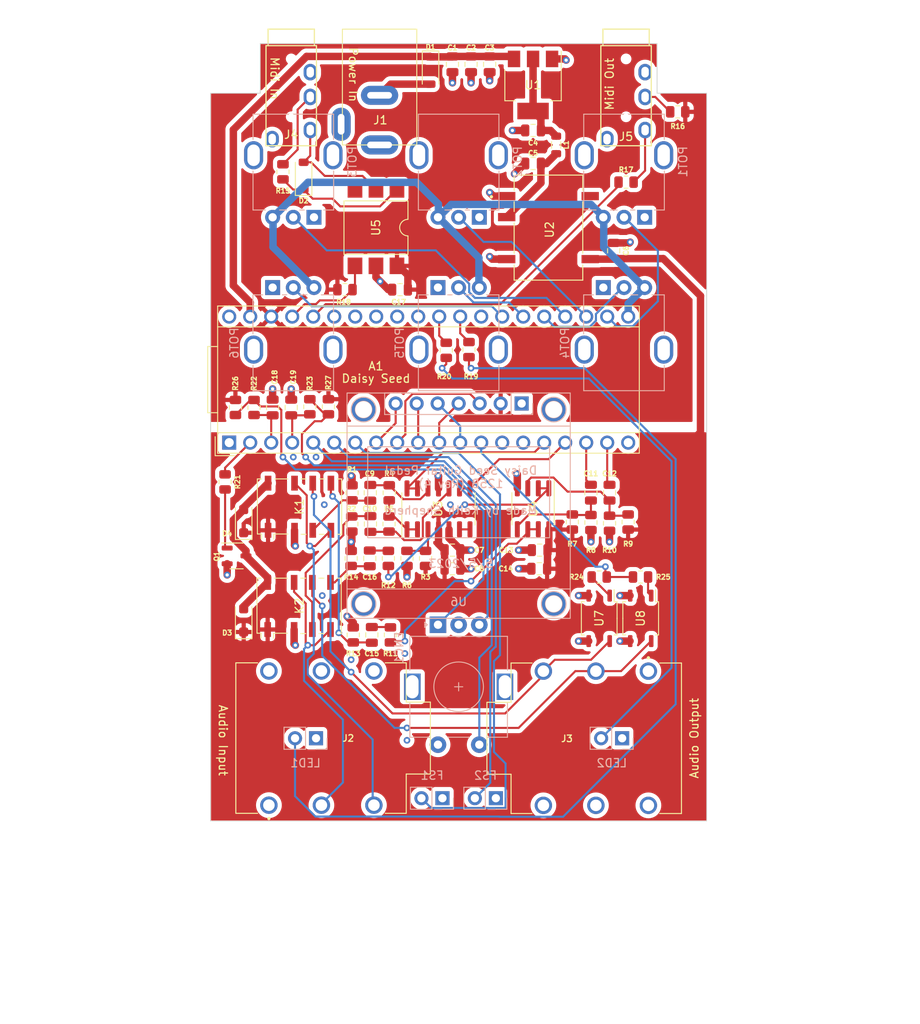
<source format=kicad_pcb>
(kicad_pcb (version 20221018) (generator pcbnew)
  (layers (0 "F.Cu" signal) (1 "In1.Cu" signal) (2 "In2.Cu" signal) (31 "B.Cu" signal) (34 "B.Paste" user) (35 "F.Paste" user) (36 "B.SilkS" user "B.Silkscreen") (37 "F.SilkS" user "F.Silkscreen") (38 "B.Mask" user) (39 "F.Mask" user) (44 "Edge.Cuts" user))
  (net 0 "")
  (net 2 "ENCODER_1_A")
  (net 3 "ENCODER_1_B")
  (net 4 "Net-(ENC1-PadA)")
  (net 5 "Net-(ENC1-PadB)")
  (net 12 "POWER_JACK_PWR")
  (net 13 "POT_3")
  (net 14 "POT_2")
  (net 15 "POT_1")
  (net 16 "OLED_DISPLAY_SPI_SCK")
  (net 17 "OLED_DISPLAY_SPI_RESET")
  (net 18 "OLED_DISPLAY_SPI_MOSI")
  (net 19 "OLED_DISPLAY_SPI_DC")
  (net 20 "OLED_DISPLAY_SPI_CS")
  (net 22 "POT_4")
  (net 23 "Net-(U4B-+)")
  (net 24 "Net-(U4A-+)")
  (net 25 "POT_5")
  (net 26 "POT_6")
  (net 29 "Net-(C16-Pad1)")
  (net 30 "Net-(U4B--)")
  (net 31 "Net-(U4A--)")
  (net 33 "MIDI_OUT_JACK_PIN5")
  (net 34 "MIDI_OUT_JACK_PIN4")
  (net 35 "MIDI_OUT")
  (net 36 "MIDI_IN_JACK_PIN5")
  (net 37 "MIDI_IN_JACK_PIN4")
  (net 38 "MIDI_IN")
  (net 39 "LED_2")
  (net 40 "LED_1")
  (net 41 "GND")
  (net 42 "FOOT_SWITCH_2")
  (net 43 "FOOT_SWITCH_1")
  (net 44 "DISABLE_AUDIO_BYPASS")
  (net 45 "BYPASS_RIGHT_SEND")
  (net 46 "BYPASS_RIGHT_RETURN")
  (net 47 "BYPASS_LEFT_SEND")
  (net 48 "BYPASS_LEFT_RETURN")
  (net 49 "ENABLE_AUDIO_MUTE")
  (net 50 "AUDIO_OUT_JACK_RIGHT")
  (net 51 "AUDIO_OUT_BUFFER_RIGHT")
  (net 52 "AUDIO_OUT_BUFFER_LEFT")
  (net 53 "AUDIO_IN_JACK_RIGHT")
  (net 54 "AUDIO_IN_JACK_LEFT")
  (net 55 "AUDIO_IN_BUFFER_RIGHT")
  (net 56 "AUDIO_IN_BUFFER_LEFT")
  (net 57 "/Power/VIN")
  (net 58 "/Audio Input Buffer/V_AUDIOBIAS")
  (net 59 "+9V")
  (net 60 "+5V_ISOLATED_POWER")
  (net 61 "+5V")
  (net 62 "+3.3VA")
  (net 63 "+3.3V")
  (net 65 "ENCODER_1_CLICK")
  (net 68 "AUDIO_OUT_JACK_LEFT")
  (net 71 "Net-(U3D-+)")
  (net 72 "Net-(U3C-+)")
  (net 73 "Net-(D2-K)")
  (net 74 "Net-(D3-A)")
  (net 75 "Net-(LED1-A)")
  (net 76 "Net-(LED2-A)")
  (net 77 "Net-(Q1-B)")
  (net 78 "Net-(U3A-+)")
  (net 79 "Net-(U3B--)")
  (net 80 "Net-(C15-Pad1)")
  (net 81 "Net-(R24-Pad2)")
  (net 82 "Net-(R25-Pad2)")
  (footprint "GuitarPedal125B:SOP-6_2.54mm" (layer "F.Cu") (at 132 63.25 -90)
    (fp_text reference "U5")
    (fp_text value "H11L1")
  )
  (footprint "Resistor_SMD:R_0805_2012Metric" (layer "F.Cu") (at 128.25 70.75)
    (fp_text reference "R18")
    (fp_text value "470R")
  )
  (footprint "Resistor_SMD:R_0805_2012Metric" (layer "F.Cu") (at 162.5 98.85 90)
    (fp_text reference "R9")
    (fp_text value "2M")
  )
  (footprint "AudioConnector-PJ320A:TRRS-PJ-320A" (layer "F.Cu") (at 162.25 41.25)
    (fp_text reference "J5")
    (fp_text value "MIDI OUT JACK")
  )
  (footprint "Relay_SMD:Relay_DPDT_Omron_G6K-2G-Y" (layer "F.Cu") (at 122.7 109 90)
    (fp_text reference "K2")
    (fp_text value "G6K-2")
  )
  (footprint "AudioConnector-PJ320A:TRRS-PJ-320A" (layer "F.Cu") (at 121.75 41.25)
    (fp_text reference "J4")
    (fp_text value "MIDI IN JACK")
  )
  (footprint "Package_SO:SOIC-8_3.9x4.9mm_P1.27mm" (layer "F.Cu") (at 151 97.25 -90)
    (fp_text reference "U4")
    (fp_text value "OPA1652AID")
  )
  (footprint "Capacitor_SMD:C_0805_2012Metric" (layer "F.Cu") (at 121.75 85 -90)
    (fp_text reference "C19")
    (fp_text value "10NF")
  )
  (footprint "Resistor_SMD:R_0805_2012Metric" (layer "F.Cu") (at 129.1025 95.315749 90)
    (fp_text reference "R1")
    (fp_text value "2M")
  )
  (footprint "Package_SO:SOIC-14_3.9x8.7mm_P1.27mm" (layer "F.Cu") (at 139.5625 97.265749 90)
    (fp_text reference "U3")
    (fp_text value "MCP6004")
  )
  (footprint "Resistor_SMD:R_0805_2012Metric" (layer "F.Cu") (at 133.5 103.25 90)
    (fp_text reference "R12")
    (fp_text value "100R")
  )
  (footprint "NMJ6HCD2:NEUTRIK_NMJ6HCD2" (layer "F.Cu") (at 158.6 125)
    (fp_text reference "J3")
    (fp_text value "AUDIO_OUT_TRS")
  )
  (footprint "Capacitor_SMD:C_0805_2012Metric" (layer "F.Cu") (at 119.5 85 90)
    (fp_text reference "C18")
    (fp_text value "10NF")
  )
  (footprint "Relay_SMD:Relay_DPDT_Omron_G6K-2G-Y" (layer "F.Cu") (at 122.75 97 90)
    (fp_text reference "K1")
    (fp_text value "G6K-2")
  )
  (footprint "Module:Electrosmith_Daisy_Seed" (layer "F.Cu") (at 114.25 89.25 90)
    (fp_text reference "A1")
    (fp_text value "Electrosmith_Daisy_Seed_Rev4")
  )
  (footprint "Resistor_SMD:R_0805_2012Metric" (layer "F.Cu") (at 162.25 57.75 180)
    (fp_text reference "R17")
    (fp_text value "10R")
  )
  (footprint "Capacitor_SMD:C_0805_2012Metric" (layer "F.Cu") (at 141.25 43.5 -90)
    (fp_text reference "C1")
    (fp_text value "10UF")
  )
  (footprint "Resistor_SMD:R_0805_2012Metric" (layer "F.Cu") (at 164 105.5)
    (fp_text reference "R25")
    (fp_text value "1K")
  )
  (footprint "Diode_SMD:D_SOD-123F" (layer "F.Cu") (at 116 110.75 90)
    (fp_text reference "D3")
    (fp_text value "1N4007")
  )
  (footprint "Resistor_SMD:R_0805_2012Metric" (layer "F.Cu") (at 124 84.9125 -90)
    (fp_text reference "R23")
    (fp_text value "10K")
  )
  (footprint "Resistor_SMD:R_0805_2012Metric" (layer "F.Cu") (at 129.079626 99.090749 -90)
    (fp_text reference "R2")
    (fp_text value "2M")
  )
  (footprint "Resistor_SMD:R_0805_2012Metric" (layer "F.Cu") (at 115 85 -90)
    (fp_text reference "R26")
    (fp_text value "10K")
  )
  (footprint "Capacitor_SMD:C_0805_2012Metric" (layer "F.Cu") (at 131.329626 99.090749 -90)
    (fp_text reference "C10")
    (fp_text value "10UF")
  )
  (footprint "Capacitor_SMD:C_0805_2012Metric" (layer "F.Cu") (at 151.75 104.5 180)
    (fp_text reference "C14")
    (fp_text value "100NF")
  )
  (footprint "Capacitor_SMD:C_0805_2012Metric" (layer "F.Cu") (at 151.8 102.25 180)
    (fp_text reference "C13")
    (fp_text value "100NF")
  )
  (footprint "Resistor_SMD:R_0805_2012Metric" (layer "F.Cu") (at 133.75 112.5 90)
    (fp_text reference "R11")
    (fp_text value "100R")
  )
  (footprint "Package_SO:SOP-4_3.8x4.1mm_P2.54mm" (layer "F.Cu") (at 159 110.5 -90)
    (fp_text reference "U7")
    (fp_text value "CPC1018N")
  )
  (footprint "Resistor_SMD:R_0805_2012Metric" (layer "F.Cu") (at 160.25 99 -90)
    (fp_text reference "R10")
    (fp_text value "2M")
  )
  (footprint "Capacitor_SMD:C_0805_2012Metric" (layer "F.Cu") (at 145.75 43.5 -90)
    (fp_text reference "C3")
    (fp_text value "100NF")
  )
  (footprint "Capacitor_SMD:C_0805_2012Metric" (layer "F.Cu") (at 131.3125 95.315749 90)
    (fp_text reference "C9")
    (fp_text value "10UF")
  )
  (footprint "Capacitor_SMD:C_0805_2012Metric" (layer "F.Cu") (at 160.25 95.3 90)
    (fp_text reference "C12")
    (fp_text value "10UF")
  )
  (footprint "Resistor_SMD:R_0805_2012Metric" (layer "F.Cu") (at 159 105.5 180)
    (fp_text reference "R24")
    (fp_text value "1K")
  )
  (footprint "Inductor_SMD:L_0805_2012Metric" (layer "F.Cu") (at 153.8 53.25 -90)
    (fp_text reference "L1")
    (fp_text value "2.2uH")
  )
  (footprint "Resistor_SMD:R_0805_2012Metric" (layer "F.Cu") (at 117.25 85 90)
    (fp_text reference "R22")
    (fp_text value "10K")
  )
  (footprint "Resistor_SMD:R_0805_2012Metric" (layer "F.Cu") (at 138 103.25 90)
    (fp_text reference "R3")
    (fp_text value "100K")
  )
  (footprint "Capacitor_SMD:C_0805_2012Metric" (layer "F.Cu") (at 151 51.5 180)
    (fp_text reference "C4")
    (fp_text value "10UF")
  )
  (footprint "Package_SO:SOP-4_3.8x4.1mm_P2.54mm" (layer "F.Cu") (at 164.02 110.5 -90)
    (fp_text reference "U8")
    (fp_text value "CPC1018N")
  )
  (footprint "Capacitor_SMD:C_0805_2012Metric" (layer "F.Cu") (at 143.5 43.5 -90)
    (fp_text reference "C2")
    (fp_text value "100NF")
  )
  (footprint "Diode_SMD:D_SOD-123" (layer "F.Cu") (at 123.25 57 90)
    (fp_text reference "D2")
    (fp_text value "1N4148")
  )
  (footprint "NMJ6HCD2:NEUTRIK_NMJ6HCD2" (layer "F.Cu") (at 125.4 124.977064 180)
    (fp_text reference "J2")
    (fp_text value "AUDIO_IN_TRS")
  )
  (footprint "Package_TO_SOT_SMD:SOT-223-3_TabPin2" (layer "F.Cu") (at 151 46 -90)
    (fp_text reference "U1")
    (fp_text value "LD1117S50TR_SOT223")
  )
  (footprint "Capacitor_SMD:C_0805_2012Metric" (layer "F.Cu") (at 141.25 104.5)
    (fp_text reference "C8")
    (fp_text value "100NF")
  )
  (footprint "Capacitor_SMD:C_0805_2012Metric" (layer "F.Cu") (at 151 55.5 180)
    (fp_text reference "C5")
    (fp_text value "10UF")
  )
  (footprint "Diode_SMD:D_SOD-123F" (layer "F.Cu") (at 116 98.75 90)
    (fp_text reference "D4")
    (fp_text value "1N4007")
  )
  (footprint "Resistor_SMD:R_0805_2012Metric" (layer "F.Cu") (at 120.75 56.5 -90)
    (fp_text reference "R15")
    (fp_text value "220R")
  )
  (footprint "Capacitor_SMD:C_0805_2012Metric" (layer "F.Cu") (at 158 95.3 90)
    (fp_text reference "C11")
    (fp_text value "10UF")
  )
  (footprint "Resistor_SMD:R_0805_2012Metric" (layer "F.Cu") (at 133.579626 99.090749 -90)
    (fp_text reference "R5")
    (fp_text value "2M")
  )
  (footprint "Capacitor_SMD:C_0805_2012Metric" (layer "F.Cu") (at 131.25 103.25 -90)
    (fp_text reference "C16")
    (fp_text value "10UF")
  )
  (footprint "Resistor_SMD:R_0805_2012Metric" (layer "F.Cu") (at 126.25 84.9125 90)
    (fp_text reference "R27")
    (fp_text value "10K")
  )
  (footprint "Capacitor_SMD:C_0805_2012Metric" (layer "F.Cu") (at 134.91 70.75 180)
    (fp_text reference "C17")
    (fp_text value "100NF")
  )
  (footprint "Capacitor_SMD:C_0805_2012Metric" (layer "F.Cu") (at 131.5 112.5 -90)
    (fp_text reference "C15")
    (fp_text value "10UF")
  )
  (footprint "Resistor_SMD:R_0805_2012Metric" (layer "F.Cu") (at 158 98.9125 -90)
    (fp_text reference "R8")
    (fp_text value "2M")
  )
  (footprint "Resistor_SMD:R_0805_2012Metric" (layer "F.Cu") (at 135.75 103.25 -90)
    (fp_text reference "R6")
    (fp_text value "100K")
  )
  (footprint "Resistor_SMD:R_0805_2012Metric" (layer "F.Cu") (at 113.75 94 -90)
    (fp_text reference "R21")
    (fp_text value "1K")
  )
  (footprint "GuitarPedal125B:Generic_PowerJack" (layer "F.Cu") (at 132.4375 53.25 -90)
    (fp_text reference "J1")
    (fp_text value "Barrel_Jack_Switch")
  )
  (footprint "Resistor_SMD:R_0805_2012Metric" (layer "F.Cu") (at 140.5 78.0875 90)
    (fp_text reference "R20")
    (fp_text value "1K")
  )
  (footprint "Resistor_SMD:R_0805_2012Metric" (layer "F.Cu") (at 129.25 112.5 90)
    (fp_text reference "R13")
    (fp_text value "2M")
  )
  (footprint "Resistor_SMD:R_0805_2012Metric" (layer "F.Cu") (at 168.5 49.25)
    (fp_text reference "R16")
    (fp_text value "33R")
  )
  (footprint "Resistor_SMD:R_0805_2012Metric" (layer "F.Cu") (at 129 103.25 90)
    (fp_text reference "R14")
    (fp_text value "2M")
  )
  (footprint "Capacitor_SMD:C_0805_2012Metric" (layer "F.Cu") (at 141.25 102.25)
    (fp_text reference "C7")
    (fp_text value "100NF")
  )
  (footprint "Resistor_SMD:R_0805_2012Metric" (layer "F.Cu") (at 143.25 78 90)
    (fp_text reference "R19")
    (fp_text value "1K")
  )
  (footprint "Resistor_SMD:R_0805_2012Metric" (layer "F.Cu") (at 133.6025 95.315749 90)
    (fp_text reference "R4")
    (fp_text value "2M")
  )
  (footprint "PDS1-S5-S5-M:CONV_PDS1-S5-S5-M" (layer "F.Cu") (at 152.8625 63.25)
    (fp_text reference "U2")
    (fp_text value "PDS1-S5-S5-M" hide)
  )
  (footprint "Resistor_SMD:R_0805_2012Metric" (layer "F.Cu") (at 155.75 98.85 90)
    (fp_text reference "R7")
    (fp_text value "2M")
  )
  (footprint "Diode_SMD:D_SOD-123" (layer "F.Cu") (at 138.6 44.25 -90)
    (fp_text reference "D1")
    (fp_text value "1N5817")
  )
  (footprint "Package_TO_SOT_SMD:SOT-23-3" (layer "F.Cu") (at 115.1375 102.95)
    (fp_text reference "Q1")
    (fp_text value "SS8050")
  )
  (footprint "Capacitor_SMD:C_0805_2012Metric" (layer "F.Cu") (at 160.75 66.05 90)
    (fp_text reference "C6")
    (fp_text value "22UF")
  )
  (footprint "GuitarPedal125B:Potentiometer_Bourns_PRS11R" (layer "B.Cu") (at 139.5 70.5 -90)
    (fp_text reference "POT5")
    (fp_text value "10K")
  )
  (footprint "Connector_PinHeader_2.54mm:PinHeader_1x02_P2.54mm_Vertical" (layer "B.Cu") (at 140.04 132.25 90)
    (fp_text reference "FS1")
    (fp_text value "Foot_Switch_1")
  )
  (footprint "GuitarPedal125B:Potentiometer_Bourns_PRS11R" (layer "B.Cu") (at 124.5 62 90)
    (fp_text reference "POT3")
    (fp_text value "10K")
  )
  (footprint "Connector_PinHeader_2.54mm:PinHeader_1x02_P2.54mm_Vertical" (layer "B.Cu") (at 124.75 125 90)
    (fp_text reference "LED1")
    (fp_text value "LED_1")
  )
  (footprint "GuitarPedal125B:Potentiometer_Bourns_PRS11R" (layer "B.Cu") (at 164.5 62 90)
    (fp_text reference "POT1")
    (fp_text value "10K")
  )
  (footprint "Rotary_Encoder:RotaryEncoder_Alps_EC11E-Switch_Vertical_H20mm" (layer "B.Cu") (at 139.5 111.275 -90)
    (fp_text reference "ENC1")
    (fp_text value "RotaryEncoder_Switch")
  )
  (footprint "GuitarPedal125B:Potentiometer_Bourns_PRS11R" (layer "B.Cu") (at 144.5 62 90)
    (fp_text reference "POT2")
    (fp_text value "10K")
  )
  (footprint "GuitarPedal125B:HiLetgo_OLED_SPI" (layer "B.Cu") (at 142 96.75 180)
    (fp_text reference "U6")
    (fp_text value "OLED_DISPLAY_SSD1306_SPI")
  )
  (footprint "GuitarPedal125B:Potentiometer_Bourns_PRS11R" (layer "B.Cu") (at 119.5 70.5 -90)
    (fp_text reference "POT6")
    (fp_text value "10K")
  )
  (footprint "Connector_PinHeader_2.54mm:PinHeader_1x02_P2.54mm_Vertical" (layer "B.Cu") (at 161.775 125 90)
    (fp_text reference "LED2")
    (fp_text value "LED_2")
  )
  (footprint "GuitarPedal125B:Potentiometer_Bourns_PRS11R" (layer "B.Cu") (at 159.5 70.5 -90)
    (fp_text reference "POT4")
    (fp_text value "10K")
  )
  (footprint "Connector_PinHeader_2.54mm:PinHeader_1x02_P2.54mm_Vertical" (layer "B.Cu") (at 146.5 132.25 90)
    (fp_text reference "FS2")
    (fp_text value "Foot_Switch_2")
  )
  (gr_poly (pts (xy 166 47) (xy 172 47) (xy 172 135) (xy 112 135) (xy 112 47) (xy 118 47) (xy 118 41) (xy 166 41)) (stroke (width 0.1)) (fill none) (layer "Edge.Cuts"))
  (gr_text "Daisy Seed Guitar Pedal\n125B (Rev 4)\n\nMade by Keith Shepherd\n\n\n\n5/5/2023" (at 142.25 98.25) (layer "B.SilkS") (effects (font (size 1 1)) (justify mirror)))
  (gr_text "Midi In" (at 119.75 45.2 270) (layer "F.SilkS") (effects (font (size 1 1))))
  (gr_text "J5" (at 162.25 52.25) (layer "F.SilkS") (effects (font (size 1 1))))
  (gr_text "Audio Output" (at 170.5 125 90) (layer "F.SilkS") (effects (font (size 1 1))))
  (gr_text "J4" (at 121.75 52) (layer "F.SilkS") (effects (font (size 1 1))))
  (gr_text "Midi Out\n" (at 160.25 45.9 90) (layer "F.SilkS") (effects (font (size 1 1))))
  (gr_text "Daisy Seed" (at 132 81.5) (layer "F.SilkS") (effects (font (size 1 1))))
  (gr_text "Power In" (at 129.25 44.75 270) (layer "F.SilkS") (effects (font (size 1 1))))
  (gr_text "Audio Input" (at 113.5 125.25 270) (layer "F.SilkS") (effects (font (size 1 1))))
  (segment (start 119.33 89.25) (end 119.33 86.12) (width 0.25) (layer "F.Cu") (net 2))
  (segment (start 117.25 85.9125) (end 119.4625 85.9125) (width 0.25) (layer "F.Cu") (net 2))
  (segment (start 119.4625 85.9125) (end 119.5 85.95) (width 0.25) (layer "F.Cu") (net 2))
  (segment (start 119.33 86.12) (end 119.5 85.95) (width 0.25) (layer "F.Cu") (net 2))
  (segment (start 121.75 85.95) (end 123.875 85.95) (width 0.25) (layer "F.Cu") (net 3))
  (segment (start 121.87 89.25) (end 121.87 86.07) (width 0.25) (layer "F.Cu") (net 3))
  (segment (start 123.875 85.95) (end 124 85.825) (width 0.25) (layer "F.Cu") (net 3))
  (segment (start 121.87 86.07) (end 121.75 85.95) (width 0.25) (layer "F.Cu") (net 3))
  (segment (start 120.125 84.875) (end 120.55 85.3) (width 0.25) (layer "F.Cu") (net 4))
  (segment (start 120.55 85.3) (end 120.55 90.8) (width 0.25) (layer "F.Cu") (net 4))
  (segment (start 120.55 90.8) (end 120.75 91) (width 0.25) (layer "F.Cu") (net 4))
  (segment (start 117.25 84.0875) (end 116.825 84.0875) (width 0.25) (layer "F.Cu") (net 4))
  (segment (start 116.825 84.0875) (end 115 85.9125) (width 0.25) (layer "F.Cu") (net 4))
  (segment (start 118.0375 84.875) (end 120.125 84.875) (width 0.25) (layer "F.Cu") (net 4))
  (segment (start 117.25 84.0875) (end 118.0375 84.875) (width 0.25) (layer "F.Cu") (net 4))
  (via (at 120.75 91) (size 0.8) (drill 0.4) (layers "F.Cu" "B.Cu") (net 4))
  (segment (start 122.25 92.5) (end 139.977208 92.5) (width 0.25) (layer "B.Cu") (net 4))
  (segment (start 139.5 111.275) (end 145 105.775) (width 0.25) (layer "B.Cu") (net 4))
  (segment (start 145 97.522792) (end 145 105.775) (width 0.25) (layer "B.Cu") (net 4))
  (segment (start 120.75 91) (end 122.25 92.5) (width 0.25) (layer "B.Cu") (net 4))
  (segment (start 139.977208 92.5) (end 145 97.522792) (width 0.25) (layer "B.Cu") (net 4))
  (segment (start 125.825 85.825) (end 126.25 85.825) (width 0.25) (layer "F.Cu") (net 5))
  (segment (start 125.4125 86.6625) (end 124.587501 86.6625) (width 0.25) (layer "F.Cu") (net 5))
  (segment (start 124 84) (end 125.825 85.825) (width 0.25) (layer "F.Cu") (net 5))
  (segment (start 123.045 88.205001) (end 123.045 90.545) (width 0.25) (layer "F.Cu") (net 5))
  (segment (start 124.587501 86.6625) (end 123.045 88.205001) (width 0.25) (layer "F.Cu") (net 5))
  (segment (start 126.25 85.825) (end 125.4125 86.6625) (width 0.25) (layer "F.Cu") (net 5))
  (segment (start 123.045 90.545) (end 123.5 91) (width 0.25) (layer "F.Cu") (net 5))
  (via (at 123.5 91) (size 0.8) (drill 0.4) (layers "F.Cu" "B.Cu") (net 5))
  (segment (start 140.113604 92) (end 145.5 97.386396) (width 0.25) (layer "B.Cu") (net 5))
  (segment (start 123.5 91) (end 124.5 92) (width 0.25) (layer "B.Cu") (net 5))
  (segment (start 144.5 111.275) (end 145.5 110.275) (width 0.25) (layer "B.Cu") (net 5))
  (segment (start 145.5 97.386396) (end 145.5 110.275) (width 0.25) (layer "B.Cu") (net 5))
  (segment (start 124.5 92) (end 140.113604 92) (width 0.25) (layer "B.Cu") (net 5))
  (segment (start 133.7875 45.9) (end 132.4375 47.25) (width 0.9) (layer "F.Cu") (net 12))
  (segment (start 138.6 45.9) (end 133.7875 45.9) (width 0.9) (layer "F.Cu") (net 12))
  (segment (start 143.967588 71.75) (end 143.275 71.057412) (width 0.25) (layer "B.Cu") (net 13))
  (segment (start 152.63 71.75) (end 143.967588 71.75) (width 0.25) (layer "B.Cu") (net 13))
  (segment (start 126.05 66) (end 122.05 62) (width 0.25) (layer "B.Cu") (net 13))
  (segment (start 139.232412 66) (end 126.05 66) (width 0.25) (layer "B.Cu") (net 13))
  (segment (start 143.275 70.042588) (end 139.232412 66) (width 0.25) (layer "B.Cu") (net 13))
  (segment (start 154.89 74.01) (end 152.63 71.75) (width 0.25) (layer "B.Cu") (net 13))
  (segment (start 143.275 71.057412) (end 143.275 70.042588) (width 0.25) (layer "B.Cu") (net 13))
  (segment (start 148.394696 64.974696) (end 157.43 74.01) (width 0.25) (layer "B.Cu") (net 14))
  (segment (start 145.024696 64.974696) (end 148.394696 64.974696) (width 0.25) (layer "B.Cu") (net 14))
  (segment (start 142.05 62) (end 145.024696 64.974696) (width 0.25) (layer "B.Cu") (net 14))
  (segment (start 166.1 66.05) (end 166.1 72.15) (width 0.25) (layer "B.Cu") (net 15))
  (segment (start 163.065 75.185) (end 161.145 75.185) (width 0.25) (layer "B.Cu") (net 15))
  (segment (start 161.145 75.185) (end 159.97 74.01) (width 0.25) (layer "B.Cu") (net 15))
  (segment (start 166.1 72.15) (end 163.065 75.185) (width 0.25) (layer "B.Cu") (net 15))
  (segment (start 162.05 62) (end 166.1 66.05) (width 0.25) (layer "B.Cu") (net 15))
  (segment (start 134.57 89.25) (end 135.555 88.265) (width 0.25) (layer "F.Cu") (net 16))
  (segment (start 135.555 84.223299) (end 136.433299 83.345) (width 0.25) (layer "F.Cu") (net 16))
  (segment (start 136.433299 83.345) (end 143.365 83.345) (width 0.25) (layer "F.Cu") (net 16))
  (segment (start 143.365 83.345) (end 144.54 84.52) (width 0.25) (layer "F.Cu") (net 16))
  (segment (start 135.555 88.265) (end 135.555 84.223299) (width 0.25) (layer "F.Cu") (net 16))
  (segment (start 142.19 87.25) (end 139.46 84.52) (width 0.25) (layer "B.Cu") (net 17))
  (segment (start 142.19 89.25) (end 142.19 87.25) (width 0.25) (layer "B.Cu") (net 17))
  (segment (start 139.65 89.25) (end 139.65 86.87) (width 0.25) (layer "F.Cu") (net 18))
  (segment (start 139.65 86.87) (end 142 84.52) (width 0.25) (layer "F.Cu") (net 18))
  (segment (start 137.11 84.71) (end 136.92 84.52) (width 0.25) (layer "F.Cu") (net 19))
  (segment (start 137.11 89.25) (end 137.11 84.71) (width 0.25) (layer "F.Cu") (net 19))
  (segment (start 134.38 84.52) (end 134.38 86.9) (width 0.25) (layer "F.Cu") (net 20))
  (segment (start 134.38 86.9) (end 132.03 89.25) (width 0.25) (layer "F.Cu") (net 20))
  (segment (start 158.605 74.496701) (end 157.851701 75.25) (width 0.25) (layer "B.Cu") (net 22))
  (segment (start 153.59 75.25) (end 152.35 74.01) (width 0.25) (layer "B.Cu") (net 22))
  (segment (start 161.95 70.5) (end 161.75 70.5) (width 0.25) (layer "B.Cu") (net 22))
  (segment (start 162 70.5) (end 161.805 70.5) (width 0.25) (layer "B.Cu") (net 22))
  (segment (start 158.605 73.7) (end 158.605 74.496701) (width 0.25) (layer "B.Cu") (net 22))
  (segment (start 161.805 70.5) (end 158.605 73.7) (width 0.25) (layer "B.Cu") (net 22))
  (segment (start 157.851701 75.25) (end 153.59 75.25) (width 0.25) (layer "B.Cu") (net 22))
  (segment (start 158 98) (end 155.8125 98) (width 0.25) (layer "F.Cu") (net 23))
  (segment (start 149.095 99.348249) (end 149.095 99.725) (width 0.25) (layer "F.Cu") (net 23))
  (segment (start 158 96.25) (end 158 98) (width 0.25) (layer "F.Cu") (net 23))
  (segment (start 155.8125 98) (end 155.75 97.9375) (width 0.25) (layer "F.Cu") (net 23))
  (segment (start 150.505749 97.9375) (end 149.095 99.348249) (width 0.25) (layer "F.Cu") (net 23))
  (segment (start 155.75 97.9375) (end 150.505749 97.9375) (width 0.25) (layer "F.Cu") (net 23))
  (segment (start 159.175 95.175) (end 155.175 95.175) (width 0.25) (layer "F.Cu") (net 24))
  (segment (start 160.25 96.25) (end 159.175 95.175) (width 0.25) (layer "F.Cu") (net 24))
  (segment (start 150.775 93.475) (end 150.365 93.885) (width 0.25) (layer "F.Cu") (net 24))
  (segment (start 160.25 98.0875) (end 162.35 98.0875) (width 0.25) (layer "F.Cu") (net 24))
  (segment (start 162.35 98.0875) (end 162.5 97.9375) (width 0.25) (layer "F.Cu") (net 24))
  (segment (start 155.175 95.175) (end 153.475 93.475) (width 0.25) (layer "F.Cu") (net 24))
  (segment (start 153.475 93.475) (end 150.775 93.475) (width 0.25) (layer "F.Cu") (net 24))
  (segment (start 160.25 96.25) (end 160.25 98.0875) (width 0.25) (layer "F.Cu") (net 24))
  (segment (start 150.365 93.885) (end 150.365 94.775) (width 0.25) (layer "F.Cu") (net 24))
  (segment (start 148.1 72.3) (end 149.81 74.01) (width 0.25) (layer "B.Cu") (net 25))
  (segment (start 143.75 72.3) (end 143.75 72.25) (width 0.25) (layer "B.Cu") (net 25))
  (segment (start 143.75 72.25) (end 142 70.5) (width 0.25) (layer "B.Cu") (net 25))
  (segment (start 143.75 72.3) (end 148.1 72.3) (width 0.25) (layer "B.Cu") (net 25))
  (segment (start 147.27 74.01) (end 146.01 72.75) (width 0.25) (layer "B.Cu") (net 26))
  (segment (start 124.2 72.75) (end 121.95 70.5) (width 0.25) (layer "B.Cu") (net 26))
  (segment (start 146.01 72.75) (end 124.2 72.75) (width 0.25) (layer "B.Cu") (net 26))
  (segment (start 131.25 102.3) (end 133.4625 102.3) (width 0.25) (layer "F.Cu") (net 29))
  (segment (start 133.4625 102.3) (end 133.5 102.3375) (width 0.25) (layer "F.Cu") (net 29))
  (segment (start 133.9125 113.25) (end 133.75 113.4125) (width 0.25) (layer "F.Cu") (net 30))
  (segment (start 150.365 99.725) (end 151.635 99.725) (width 0.25) (layer "F.Cu") (net 30))
  (segment (start 148.025 101.475) (end 143.5 106) (width 0.25) (layer "F.Cu") (net 30))
  (segment (start 150.365 100.135) (end 149.025 101.475) (width 0.25) (layer "F.Cu") (net 30))
  (segment (start 150.365 99.725) (end 150.365 100.135) (width 0.25) (layer "F.Cu") (net 30))
  (segment (start 149.025 101.475) (end 148.025 101.475) (width 0.25) (layer "F.Cu") (net 30))
  (segment (start 135.5 113.25) (end 133.9125 113.25) (width 0.25) (layer "F.Cu") (net 30))
  (via (at 143.5 106) (size 0.8) (drill 0.4) (layers "F.Cu" "B.Cu") (net 30))
  (via (at 135.5 113.25) (size 0.8) (drill 0.4) (layers "F.Cu" "B.Cu") (net 30))
  (segment (start 141.5 106) (end 135.5 112) (width 0.25) (layer "B.Cu") (net 30))
  (segment (start 143.5 106) (end 141.5 106) (width 0.25) (layer "B.Cu") (net 30))
  (segment (start 135.5 112) (end 135.5 113.25) (width 0.25) (layer "B.Cu") (net 30))
  (segment (start 133.5 105.5) (end 133.5 104.1625) (width 0.25) (layer "F.Cu") (net 31))
  (segment (start 150.93 96.75) (end 152.905 94.775) (width 0.25) (layer "F.Cu") (net 31))
  (segment (start 152.905 94.775) (end 151.635 94.775) (width 0.25) (layer "F.Cu") (net 31))
  (segment (start 142.75 96.75) (end 150.93 96.75) (width 0.25) (layer "F.Cu") (net 31))
  (via (at 142.75 96.75) (size 0.8) (drill 0.4) (layers "F.Cu" "B.Cu") (net 31))
  (via (at 133.5 105.5) (size 0.8) (drill 0.4) (layers "F.Cu" "B.Cu") (net 31))
  (segment (start 133.75 105.5) (end 133.5 105.5) (width 0.25) (layer "B.Cu") (net 31))
  (segment (start 142.5 96.75) (end 133.75 105.5) (width 0.25) (layer "B.Cu") (net 31))
  (segment (start 142.75 96.75) (end 142.5 96.75) (width 0.25) (layer "B.Cu") (net 31))
  (segment (start 164.55 56.3625) (end 163.1625 57.75) (width 0.25) (layer "F.Cu") (net 33))
  (segment (start 164.55 51.45) (end 164.55 56.3625) (width 0.25) (layer "F.Cu") (net 33))
  (segment (start 165.7875 47.45) (end 164.55 47.45) (width 0.25) (layer "F.Cu") (net 34))
  (segment (start 167.5875 49.25) (end 165.7875 47.45) (width 0.25) (layer "F.Cu") (net 34))
  (segment (start 147.0525 72.5) (end 161.3375 58.215) (width 0.25) (layer "F.Cu") (net 35))
  (segment (start 161.3375 58.215) (end 161.3375 57.75) (width 0.25) (layer "F.Cu") (net 35))
  (segment (start 124.41 74.01) (end 125.92 72.5) (width 0.25) (layer "F.Cu") (net 35))
  (segment (start 125.92 72.5) (end 147.0525 72.5) (width 0.25) (layer "F.Cu") (net 35))
  (segment (start 124.155 55.35) (end 123.25 55.35) (width 0.25) (layer "F.Cu") (net 36))
  (segment (start 132 58.625) (end 130.375 57) (width 0.25) (layer "F.Cu") (net 36))
  (segment (start 123.25 55.35) (end 124.05 54.55) (width 0.25) (layer "F.Cu") (net 36))
  (segment (start 124.05 54.55) (end 124.05 51.45) (width 0.25) (layer "F.Cu") (net 36))
  (segment (start 130.375 57) (end 125.805 57) (width 0.25) (layer "F.Cu") (net 36))
  (segment (start 125.805 57) (end 124.155 55.35) (width 0.25) (layer "F.Cu") (net 36))
  (segment (start 120.75 55.5875) (end 122.525 53.8125) (width 0.25) (layer "F.Cu") (net 37))
  (segment (start 122.525 48.975) (end 124.05 47.45) (width 0.25) (layer "F.Cu") (net 37))
  (segment (start 122.525 53.8125) (end 122.525 48.975) (width 0.25) (layer "F.Cu") (net 37))
  (segment (start 123.38 72.5) (end 124.75 72.5) (width 0.25) (layer "F.Cu") (net 38))
  (segment (start 121.87 74.01) (end 123.38 72.5) (width 0.25) (layer "F.Cu") (net 38))
  (segment (start 129.46 70.4525) (end 129.1625 70.75) (width 0.25) (layer "F.Cu") (net 38))
  (segment (start 129.1625 70.75) (end 127.8625 72.05) (width 0.25) (layer "F.Cu") (net 38))
  (segment (start 129.46 67.875) (end 129.46 70.4525) (width 0.25) (layer "F.Cu") (net 38))
  (segment (start 127.8625 72.05) (end 125.2 72.05) (width 0.25) (layer "F.Cu") (net 38))
  (segment (start 124.75 72.5) (end 125.2 72.05) (width 0.25) (layer "F.Cu") (net 38))
  (segment (start 139.65 74.01) (end 139.65 76.325) (width 0.25) (layer "F.Cu") (net 39))
  (segment (start 139.65 76.325) (end 140.5 77.175) (width 0.25) (layer "F.Cu") (net 39))
  (segment (start 142.19 74.01) (end 142.19 76.0275) (width 0.25) (layer "F.Cu") (net 40))
  (segment (start 142.19 76.0275) (end 143.25 77.0875) (width 0.25) (layer "F.Cu") (net 40))
  (segment (start 149.095 94.775) (end 149.095 93.095) (width 0.9) (layer "F.Cu") (net 41))
  (segment (start 140.8325 99.740749) (end 140.8325 100.784708) (width 0.9) (layer "F.Cu") (net 41))
  (segment (start 133.5 70.75) (end 132.5 69.75) (width 0.9) (layer "F.Cu") (net 41))
  (segment (start 146.06 67.06) (end 145.75 66.75) (width 0.9) (layer "F.Cu") (net 41))
  (segment (start 150.85 102.25) (end 149.25 102.25) (width 0.9) (layer "F.Cu") (net 41))
  (segment (start 135.75 104.1625) (end 135.75 105.5) (width 0.9) (layer "F.Cu") (net 41))
  (segment (start 157.73 107.75) (end 156.5 107.75) (width 0.9) (layer "F.Cu") (net 41))
  (segment (start 147.8125 59.44) (end 146.19 59.44) (width 0.9) (layer "F.Cu") (net 41))
  (segment (start 150.8 104.5) (end 149.25 104.5) (width 0.9) (layer "F.Cu") (net 41))
  (segment (start 132 67.875) (end 132 69.25) (width 0.9) (layer "F.Cu") (net 41))
  (segment (start 142.2 102.152208) (end 142.2 102.25) (width 0.9) (layer "F.Cu") (net 41))
  (segment (start 143.5 44.45) (end 143.5 45.75) (width 0.9) (layer "F.Cu") (net 41))
  (segment (start 119.5 84.05) (end 119.5 82.75) (width 0.9) (layer "F.Cu") (net 41))
  (segment (start 158 99.825) (end 158 101.25) (width 0.9) (layer "F.Cu") (net 41))
  (segment (start 129.25 111) (end 128.5 110.25) (width 0.9) (layer "F.Cu") (net 41))
  (segment (start 129.1025 94.403249) (end 129.1025 93.3525) (width 0.9) (layer "F.Cu") (net 41))
  (segment (start 139.5625 94.790749) (end 139.5625 93.3125) (width 0.9) (layer "F.Cu") (net 41))
  (segment (start 133.96 70.75) (end 133.5 70.75) (width 0.9) (layer "F.Cu") (net 41))
  (segment (start 122.1 111.85) (end 122.1 113.6) (width 0.9) (layer "F.Cu") (net 41))
  (segment (start 162.73 113.25) (end 161.5 113.25) (width 0.9) (layer "F.Cu") (net 41))
  (segment (start 129.1025 93.3525) (end 129 93.25) (width 0.9) (layer "F.Cu") (net 41))
  (segment (start 160.25 99.9125) (end 160.25 101.25) (width 0.9) (layer "F.Cu") (net 41))
  (segment (start 140.8325 100.784708) (end 142.2 102.152208) (width 0.9) (layer "F.Cu") (net 41))
  (segment (start 162.65 65.1) (end 162.75 65) (width 0.9) (layer "F.Cu") (net 41))
  (segment (start 121.75 84.05) (end 121.75 82.75) (width 0.9) (layer "F.Cu") (net 41))
  (segment (start 147.8125 67.06) (end 146.06 67.06) (width 0.9) (layer "F.Cu") (net 41))
  (segment (start 142.2 102.25) (end 142.2 104.5) (width 0.9) (layer "F.Cu") (net 41))
  (segment (start 142.2 102.25) (end 143.5 102.25) (width 0.9) (layer "F.Cu") (net 41))
  (segment (start 129.25 111.5875) (end 129.25 111) (width 0.9) (layer "F.Cu") (net 41))
  (segment (start 154.85 42.85) (end 155 43) (width 0.9) (layer "F.Cu") (net 41))
  (segment (start 122.15 101.65) (end 122.25 101.75) (width 0.9) (layer "F.Cu") (net 41))
  (segment (start 150 55.5) (end 148.75 56.75) (width 0.9) (layer "F.Cu") (net 41))
  (segment (start 141.25 44.45) (end 141.25 45.75) (width 0.9) (layer "F.Cu") (net 41))
  (segment (start 150.05 51.5) (end 148.5 51.5) (width 0.9) (layer "F.Cu") (net 41))
  (segment (start 122.15 99.85) (end 122.15 101.65) (width 0.9) (layer "F.Cu") (net 41))
  (segment (start 132 69.25) (end 132.5 69.75) (width 0.9) (layer "F.Cu") (net 41))
  (segment (start 153.3 42.85) (end 154.85 42.85) (width 0.9) (layer "F.Cu") (net 41))
  (segment (start 145.75 44.45) (end 145.75 45.5) (width 0.9) (layer "F.Cu") (net 41))
  (segment (start 139.5625 93.3125) (end 139.5 93.25) (width 0.9) (layer "F.Cu") (net 41))
  (segment (start 129.079626 100.003249) (end 129.079626 101.170374) (width 0.9) (layer "F.Cu") (net 41))
  (segment (start 160.75 65.1) (end 162.65 65.1) (width 0.9) (layer "F.Cu") (net 41))
  (segment (start 162.73 107.75) (end 161.5 107.75) (width 0.9) (layer "F.Cu") (net 41))
  (segment (start 149.095 93.095) (end 149 93) (width 0.9) (layer "F.Cu") (net 41))
  (segment (start 122.1 113.6) (end 122.25 113.75) (width 0.9) (layer "F.Cu") (net 41))
  (segment (start 129.079626 101.170374) (end 129 101.25) (width 0.9) (layer "F.Cu") (net 41))
  (segment (start 146.19 59.44) (end 145.75 59) (width 0.9) (layer "F.Cu") (net 41))
  (segment (start 114 103.9) (end 114 105.25) (width 0.9) (layer "F.Cu") (net 41))
  (segment (start 157.73 113.25) (end 156.5 113.25) (width 0.9) (layer "F.Cu") (net 41))
  (segment (start 129 102.3375) (end 129 101.25) (width 0.9) (layer "F.Cu") (net 41))
  (segment (start 150.05 55.5) (end 150 55.5) (width 0.9) (layer "F.Cu") (net 41))
  (segment (start 142.2 104.5) (end 143.5 104.5) (width 0.9) (layer "F.Cu") (net 41))
  (via (at 156.5 107.75) (size 0.8) (drill 0.4) (layers "F.Cu" "B.Cu") (net 41))
  (via (at 119.5 82.75) (size 0.8) (drill 0.4) (layers "F.Cu" "B.Cu") (net 41))
  (via (at 156.5 113.25) (size 0.8) (drill 0.4) (layers "F.Cu" "B.Cu") (net 41))
  (via (at 143.5 102.25) (size 0.8) (drill 0.4) (layers "F.Cu" "B.Cu") (net 41))
  (via (at 149 93) (size 0.8) (drill 0.4) (layers "F.Cu" "B.Cu") (net 41))
  (via (at 149.25 104.5) (size 0.8) (drill 0.4) (layers "F.Cu" "B.Cu") (net 41))
  (via (at 121.75 82.75) (size 0.8) (drill 0.4) (layers "F.Cu" "B.Cu") (net 41))
  (via (at 129 115.5) (size 0.8) (drill 0.4) (layers "F.Cu" "B.Cu") (net 41))
  (via (at 161.5 113.25) (size 0.8) (drill 0.4) (layers "F.Cu" "B.Cu") (net 41))
  (via (at 141 96.75) (size 0.8) (drill 0.4) (layers "F.Cu" "B.Cu") (net 41))
  (via (at 135.75 125.25) (size 0.8) (drill 0.4) (layers "F.Cu" "B.Cu") (net 41))
  (via (at 129 101.25) (size 0.8) (drill 0.4) (layers "F.Cu" "B.Cu") (net 41))
  (via (at 135.75 105.5) (size 0.8) (drill 0.4) (layers "F.Cu" "B.Cu") (net 41))
  (via (at 161.5 107.75) (size 0.8) (drill 0.4) (layers "F.Cu" "B.Cu") (net 41))
  (via (at 122.25 113.75) (size 0.8) (drill 0.4) (layers "F.Cu" "B.Cu") (net 41))
  (via (at 143.5 104.5) (size 0.8) (drill 0.4) (layers "F.Cu" "B.Cu") (net 41))
  (via (at 145.75 66.75) (size 0.8) (drill 0.4) (layers "F.Cu" "B.Cu") (net 41))
  (via (at 160.25 101.25) (size 0.8) (drill 0.4) (layers "F.Cu" "B.Cu") (net 41))
  (via (at 155 43) (size 0.8) (drill 0.4) (layers "F.Cu" "B.Cu") (net 41))
  (via (at 125.75 96.75) (size 0.8) (drill 0.4) (layers "F.Cu" "B.Cu") (net 41))
  (via (at 148.5 51.5) (size 0.8) (drill 0.4) (layers "F.Cu" "B.Cu") (net 41))
  (via (at 122 91) (size 0.8) (drill 0.4) (layers "F.Cu" "B.Cu") (net 41))
  (via (at 145.75 59) (size 0.8) (drill 0.4) (layers "F.Cu" "B.Cu") (net 41))
  (via (at 114 105.25) (size 0.8) (drill 0.4) (layers "F.Cu" "B.Cu") (net 41))
  (via (at 162.75 65) (size 0.8) (drill 0.4) (layers "F.Cu" "B.Cu") (net 41))
  (via (at 122.25 101.75) (size 0.8) (drill 0.4) (layers "F.Cu" "B.Cu") (net 41))
  (via (at 128.5 110.25) (size 0.8) (drill 0.4) (layers "F.Cu" "B.Cu") (net 41))
  (via (at 124.75 91) (size 0.8) (drill 0.4) (layers "F.Cu" "B.Cu") (net 41))
  (via (at 141.25 45.75) (size 0.8) (drill 0.4) (layers "F.Cu" "B.Cu") (net 41))
  (via (at 129 93.25) (size 0.8) (drill 0.4) (layers "F.Cu" "B.Cu") (net 41))
  (via (at 132.5 69.75) (size 0.8) (drill 0.4) (layers "F.Cu" "B.Cu") (net 41))
  (via (at 145.75 45.5) (size 0.8) (drill 0.4) (layers "F.Cu" "B.Cu") (net 41))
  (via (at 149.25 102.25) (size 0.8) (drill 0.4) (layers "F.Cu" "B.Cu") (net 41))
  (via (at 148.75 56.75) (size 0.8) (drill 0.4) (layers "F.Cu" "B.Cu") (net 41))
  (via (at 125.5 107.75) (size 0.8) (drill 0.4) (layers "F.Cu" "B.Cu") (net 41))
  (via (at 139.5 93.25) (size 0.8) (drill 0.4) (layers "F.Cu" "B.Cu") (net 41))
  (via (at 158 101.25) (size 0.8) (drill 0.4) (layers "F.Cu" "B.Cu") (net 41))
  (via (at 135.5 114.75) (size 0.8) (drill 0.4) (layers "F.Cu" "B.Cu") (net 41))
  (via (at 143.5 45.75) (size 0.8) (drill 0.4) (layers "F.Cu" "B.Cu") (net 41))
  (segment (start 140.75 91) (end 128.7 91) (width 0.25) (layer "B.Cu") (net 42))
  (segment (start 145.825 114.561396) (end 146.5 113.886396) (width 0.25) (layer "B.Cu") (net 42))
  (segment (start 143.96 132.25) (end 145.825 130.385) (width 0.25) (layer "B.Cu") (net 42))
  (segment (start 128.7 91) (end 126.95 89.25) (width 0.25) (layer "B.Cu") (net 42))
  (segment (start 145.825 130.385) (end 145.825 114.561396) (width 0.25) (layer "B.Cu") (net 42))
  (segment (start 146.5 113.95) (end 146.5 96.75) (width 0.25) (layer "B.Cu") (net 42))
  (segment (start 146.5 96.75) (end 140.75 91) (width 0.25) (layer "B.Cu") (net 42))
  (segment (start 130.74 90.5) (end 129.49 89.25) (width 0.25) (layer "B.Cu") (net 43))
  (segment (start 146.275 115.675) (end 147 114.95) (width 0.25) (layer "B.Cu") (net 43))
  (segment (start 147.675 128.051396) (end 147.675 133.325) (width 0.25) (layer "B.Cu") (net 43))
  (segment (start 142 90.5) (end 130.74 90.5) (width 0.25) (layer "B.Cu") (net 43))
  (segment (start 147.575 133.425) (end 138.675 133.425) (width 0.25) (layer "B.Cu") (net 43))
  (segment (start 147.675 133.325) (end 147.575 133.425) (width 0.25) (layer "B.Cu") (net 43))
  (segment (start 146.275 126.651396) (end 147.675 128.051396) (width 0.25) (layer "B.Cu") (net 43))
  (segment (start 146.275 126.651396) (end 146.275 115.675) (width 0.25) (layer "B.Cu") (net 43))
  (segment (start 138.675 133.425) (end 137.5 132.25) (width 0.25) (layer "B.Cu") (net 43))
  (segment (start 147 114.95) (end 147 95.5) (width 0.25) (layer "B.Cu") (net 43))
  (segment (start 147 95.5) (end 142 90.5) (width 0.25) (layer "B.Cu") (net 43))
  (segment (start 113.75 93.0875) (end 113.75 92.29) (width 0.25) (layer "F.Cu") (net 44))
  (segment (start 113.75 92.29) (end 116.79 89.25) (width 0.25) (layer "F.Cu") (net 44))
  (segment (start 128.054626 99.203249) (end 128.054626 100.445374) (width 0.25) (layer "F.Cu") (net 45))
  (segment (start 129.079626 98.178249) (end 128.054626 99.203249) (width 0.25) (layer "F.Cu") (net 45))
  (segment (start 128.054626 100.445374) (end 123.5 105) (width 0.25) (layer "F.Cu") (net 45))
  (segment (start 124.3 108.55) (end 124.3 111.85) (width 0.25) (layer "F.Cu") (net 45))
  (segment (start 123.5 105) (end 123.5 107.75) (width 0.25) (layer "F.Cu") (net 45))
  (segment (start 123.5 107.75) (end 124.3 108.55) (width 0.25) (layer "F.Cu") (net 45))
  (segment (start 131.329626 98.140749) (end 129.117126 98.140749) (width 0.25) (layer "F.Cu") (net 45))
  (segment (start 129.117126 98.140749) (end 129.079626 98.178249) (width 0.25) (layer "F.Cu") (net 45))
  (segment (start 129.0375 104.2) (end 129 104.1625) (width 0.25) (layer "F.Cu") (net 46))
  (segment (start 126.5 106.15) (end 127.0125 106.15) (width 0.25) (layer "F.Cu") (net 46))
  (segment (start 127.0125 106.15) (end 129 104.1625) (width 0.25) (layer "F.Cu") (net 46))
  (segment (start 131.25 104.2) (end 129.0375 104.2) (width 0.25) (layer "F.Cu") (net 46))
  (segment (start 129.14 96.265749) (end 129.1025 96.228249) (width 0.25) (layer "F.Cu") (net 47))
  (segment (start 131.3125 96.265749) (end 129.14 96.265749) (width 0.25) (layer "F.Cu") (net 47))
  (segment (start 127.971751 96.228249) (end 124.35 99.85) (width 0.25) (layer "F.Cu") (net 47))
  (segment (start 129.1025 96.228249) (end 127.971751 96.228249) (width 0.25) (layer "F.Cu") (net 47))
  (segment (start 131.4625 113.4125) (end 131.5 113.45) (width 0.25) (layer "F.Cu") (net 48))
  (segment (start 126.55 94.15) (end 126.55 95.55) (width 0.25) (layer "F.Cu") (net 48))
  (segment (start 126.55 95.55) (end 126.75 95.75) (width 0.25) (layer "F.Cu") (net 48))
  (segment (start 128.6625 113.4125) (end 127.5 112.25) (width 0.25) (layer "F.Cu") (net 48))
  (segment (start 129.25 113.4125) (end 128.6625 113.4125) (width 0.25) (layer "F.Cu") (net 48))
  (segment (start 129.25 113.4125) (end 131.4625 113.4125) (width 0.25) (layer "F.Cu") (net 48))
  (via (at 126.75 95.75) (size 0.8) (drill 0.4) (layers "F.Cu" "B.Cu") (net 48))
  (via (at 127.5 112.25) (size 0.8) (drill 0.4) (layers "F.Cu" "B.Cu") (net 48))
  (segment (start 126.75 95.75) (end 127.5 96.5) (width 0.25) (layer "B.Cu") (net 48))
  (segment (start 127.5 96.5) (end 127.5 112.25) (width 0.25) (layer "B.Cu") (net 48))
  (segment (start 159.75 104.25) (end 159.75 105.3375) (width 0.25) (layer "F.Cu") (net 49))
  (segment (start 159.9125 105.5) (end 163.0875 105.5) (width 0.25) (layer "F.Cu") (net 49))
  (segment (start 159.75 105.3375) (end 159.9125 105.5) (width 0.25) (layer "F.Cu") (net 49))
  (via (at 159.75 104.25) (size 0.8) (drill 0.4) (layers "F.Cu" "B.Cu") (net 49))
  (segment (start 158.527919 104.25) (end 159.75 104.25) (width 0.25) (layer "B.Cu") (net 49))
  (segment (start 144.73 90.452081) (end 158.527919 104.25) (width 0.25) (layer "B.Cu") (net 49))
  (segment (start 144.73 89.25) (end 144.73 90.452081) (width 0.25) (layer "B.Cu") (net 49))
  (segment (start 156.115 116.885) (end 158.6 116.885) (width 0.25) (layer "F.Cu") (net 50))
  (segment (start 149.25 123.75) (end 156.115 116.885) (width 0.25) (layer "F.Cu") (net 50))
  (segment (start 158.6 116.885) (end 161.635 116.885) (width 0.25) (layer "F.Cu") (net 50))
  (segment (start 125.5 109) (end 124.3 107.8) (width 0.25) (layer "F.Cu") (net 50))
  (segment (start 161.635 116.885) (end 165.27 113.25) (width 0.25) (layer "F.Cu") (net 50))
  (segment (start 135.75 123.75) (end 149.25 123.75) (width 0.25) (layer "F.Cu") (net 50))
  (segment (start 124.3 107.8) (end 124.3 106.15) (width 0.25) (layer "F.Cu") (net 50))
  (via (at 125.5 109) (size 0.8) (drill 0.4) (layers "F.Cu" "B.Cu") (net 50))
  (via (at 135.75 123.75) (size 0.8) (drill 0.4) (layers "F.Cu" "B.Cu") (net 50))
  (segment (start 135.75 123.75) (end 134.25 123.75) (width 0.25) (layer "B.Cu") (net 50))
  (segment (start 134.25 123.75) (end 125.5 115) (width 0.25) (layer "B.Cu") (net 50))
  (segment (start 125.5 115) (end 125.5 109) (width 0.25) (layer "B.Cu") (net 50))
  (segment (start 160.25 94.35) (end 159.97 94.07) (width 0.25) (layer "F.Cu") (net 51))
  (segment (start 159.97 94.07) (end 159.97 89.25) (width 0.25) (layer "F.Cu") (net 51))
  (segment (start 158 94.35) (end 157.43 93.78) (width 0.25) (layer "F.Cu") (net 52))
  (segment (start 157.43 93.78) (end 157.43 89.25) (width 0.25) (layer "F.Cu") (net 52))
  (segment (start 122.1 107.3) (end 123.5 108.7) (width 0.25) (layer "F.Cu") (net 53))
  (segment (start 122.1 106.15) (end 122.1 107.3) (width 0.25) (layer "F.Cu") (net 53))
  (segment (start 123.5 113.5) (end 123.75 113.75) (width 0.25) (layer "F.Cu") (net 53))
  (segment (start 124.6 113.75) (end 123.75 113.75) (width 0.25) (layer "F.Cu") (net 53))
  (segment (start 123.5 108.7) (end 123.5 113.5) (width 0.25) (layer "F.Cu") (net 53))
  (segment (start 126.5 111.85) (end 124.6 113.75) (width 0.25) (layer "F.Cu") (net 53))
  (via (at 123.75 113.75) (size 0.8) (drill 0.4) (layers "F.Cu" "B.Cu") (net 53))
  (segment (start 128 130.342064) (end 128 122.75) (width 0.25) (layer "B.Cu") (net 53))
  (segment (start 123.3 114.2) (end 123.75 113.75) (width 0.25) (layer "B.Cu") (net 53))
  (segment (start 125.4 132.942064) (end 128 130.342064) (width 0.25) (layer "B.Cu") (net 53))
  (segment (start 128 122.75) (end 123.3 118.05) (width 0.25) (layer "B.Cu") (net 53))
  (segment (start 123.3 118.05) (end 123.3 114.2) (width 0.25) (layer "B.Cu") (net 53))
  (segment (start 125.4 133.092064) (end 125.4 132.942064) (width 0.25) (layer "B.Cu") (net 53))
  (segment (start 124.65 101.75) (end 124 101.75) (width 0.25) (layer "F.Cu") (net 54))
  (segment (start 123.625 95.625) (end 123.625 101.375) (width 0.25) (layer "F.Cu") (net 54))
  (segment (start 123.625 101.375) (end 124 101.75) (width 0.25) (layer "F.Cu") (net 54))
  (segment (start 126.55 99.85) (end 124.65 101.75) (width 0.25) (layer "F.Cu") (net 54))
  (segment (start 122.15 94.15) (end 123.625 95.625) (width 0.25) (layer "F.Cu") (net 54))
  (via (at 124 101.75) (size 0.8) (drill 0.4) (layers "F.Cu" "B.Cu") (net 54))
  (segment (start 131.75 133.092064) (end 131.6 132.942064) (width 0.25) (layer "B.Cu") (net 54))
  (segment (start 124.475 114.775) (end 124.475 102.225) (width 0.25) (layer "B.Cu") (net 54))
  (segment (start 124.475 102.225) (end 124 101.75) (width 0.25) (layer "B.Cu") (net 54))
  (segment (start 131.6 132.942064) (end 131.6 125.156608) (width 0.25) (layer "B.Cu") (net 54))
  (segment (start 123.75 115.5) (end 124.475 114.775) (width 0.25) (layer "B.Cu") (net 54))
  (segment (start 123.75 117.306608) (end 123.75 115.5) (width 0.25) (layer "B.Cu") (net 54))
  (segment (start 131.6 125.156608) (end 123.75 117.306608) (width 0.25) (layer "B.Cu") (net 54))
  (segment (start 152.89 91.25) (end 154.89 89.25) (width 0.25) (layer "F.Cu") (net 55))
  (segment (start 146.913249 91.25) (end 152.89 91.25) (width 0.25) (layer "F.Cu") (net 55))
  (segment (start 142.1025 94.790749) (end 143.3725 94.790749) (width 0.25) (layer "F.Cu") (net 55))
  (segment (start 143.3725 94.790749) (end 146.913249 91.25) (width 0.25) (layer "F.Cu") (net 55))
  (segment (start 140.118249 90.425) (end 151.175 90.425) (width 0.25) (layer "F.Cu") (net 56))
  (segment (start 135.7525 94.790749) (end 137.0225 94.790749) (width 0.25) (layer "F.Cu") (net 56))
  (segment (start 135.7525 94.790749) (end 140.118249 90.425) (width 0.25) (layer "F.Cu") (net 56))
  (segment (start 151.175 90.425) (end 152.35 89.25) (width 0.25) (layer "F.Cu") (net 56))
  (segment (start 147.8125 61.98) (end 151.95 57.8425) (width 0.9) (layer "F.Cu") (net 57))
  (segment (start 151.95 57.8425) (end 151.95 55.5) (width 0.9) (layer "F.Cu") (net 57))
  (segment (start 152.6125 55.5) (end 153.8 54.3125) (width 0.9) (layer "F.Cu") (net 57))
  (segment (start 151.95 55.5) (end 152.6125 55.5) (width 0.9) (layer "F.Cu") (net 57))
  (segment (start 133.6025 98.155375) (end 133.579626 98.178249) (width 0.25) (layer "F.Cu") (net 58))
  (segment (start 133.6025 96.228249) (end 133.6025 98.155375) (width 0.25) (layer "F.Cu") (net 58))
  (segment (start 135.7525 99.740749) (end 137.0225 99.740749) (width 0.25) (layer "F.Cu") (net 58))
  (segment (start 135.7525 99.740749) (end 134.19 98.178249) (width 0.25) (layer "F.Cu") (net 58))
  (segment (start 134.19 98.178249) (end 133.579626 98.178249) (width 0.25) (layer "F.Cu") (net 58))
  (segment (start 141.25 42.55) (end 143.5 42.55) (width 0.9) (layer "F.Cu") (net 59))
  (segment (start 138.6 42.6) (end 141.2 42.6) (width 0.9) (layer "F.Cu") (net 59))
  (segment (start 114.75 70.25) (end 116.79 72.29) (width 0.9) (layer "F.Cu") (net 59))
  (segment (start 138.55 42.55) (end 123.605635 42.55) (width 0.9) (layer "F.Cu") (net 59))
  (segment (start 145.75 42.55) (end 148.4 42.55) (width 0.9) (layer "F.Cu") (net 59))
  (segment (start 138.6 42.6) (end 138.55 42.55) (width 0.9) (layer "F.Cu") (net 59))
  (segment (start 148.4 42.55) (end 148.7 42.85) (width 0.9) (layer "F.Cu") (net 59))
  (segment (start 114.75 51.405635) (end 114.75 70.25) (width 0.9) (layer "F.Cu") (net 59))
  (segment (start 123.605635 42.55) (end 114.75 51.405635) (width 0.9) (layer "F.Cu") (net 59))
  (segment (start 116.79 72.29) (end 116.79 74.01) (width 0.9) (layer "F.Cu") (net 59))
  (segment (start 143.5 42.55) (end 145.75 42.55) (width 0.9) (layer "F.Cu") (net 59))
  (segment (start 141.2 42.6) (end 141.25 42.55) (width 0.9) (layer "F.Cu") (net 59))
  (segment (start 157.9125 67.06) (end 160.69 67.06) (width 0.9) (layer "F.Cu") (net 60))
  (segment (start 166.75 67) (end 171.25 71.5) (width 0.9) (layer "F.Cu") (net 60))
  (segment (start 152.75 102.25) (end 152.75 104.45) (width 0.9) (layer "F.Cu") (net 60))
  (segment (start 139.5625 101.5125) (end 140.3 102.25) (width 0.9) (layer "F.Cu") (net 60))
  (segment (start 152.75 104.45) (end 152.7 104.5) (width 0.9) (layer "F.Cu") (net 60))
  (segment (start 152.905 102.095) (end 152.75 102.25) (width 0.9) (layer "F.Cu") (net 60))
  (segment (start 160.75 67) (end 166.75 67) (width 0.9) (layer "F.Cu") (net 60))
  (segment (start 160.69 67.06) (end 160.75 67) (width 0.9) (layer "F.Cu") (net 60))
  (segment (start 171.25 71.5) (end 171.25 88) (width 0.9) (layer "F.Cu") (net 60))
  (segment (start 152.905 99.725) (end 152.905 102.095) (width 0.9) (layer "F.Cu") (net 60))
  (segment (start 140.3 102.25) (end 140.3 104.5) (width 0.9) (layer "F.Cu") (net 60))
  (segment (start 171.25 88) (end 170.25 89) (width 0.9) (layer "F.Cu") (net 60))
  (segment (start 139.5625 99.740749) (end 139.5625 101.5125) (width 0.9) (layer "F.Cu") (net 60))
  (segment (start 151.95 51.5) (end 153.1125 51.5) (width 0.9) (layer "F.Cu") (net 61))
  (segment (start 151.95 51.5) (end 151.95 50.1) (width 0.9) (layer "F.Cu") (net 61))
  (segment (start 151.95 50.1) (end 151 49.15) (width 0.9) (layer "F.Cu") (net 61))
  (segment (start 151 42.85) (end 151 49.15) (width 0.9) (layer "F.Cu") (net 61))
  (segment (start 153.1125 51.5) (end 153.8 52.1875) (width 0.9) (layer "F.Cu") (net 61))
  (segment (start 139.55 60.40439) (end 136.92061 57.775) (width 0.9) (layer "B.Cu") (net 62))
  (segment (start 158 60.45) (end 141.1 60.45) (width 0.9) (layer "B.Cu") (net 62))
  (segment (start 119.55 62) (end 119.55 65.6) (width 0.9) (layer "B.Cu") (net 62))
  (segment (start 159.55 65.6) (end 164.45 70.5) (width 0.9) (layer "B.Cu") (net 62))
  (segment (start 141.1 60.45) (end 139.55 62) (width 0.9) (layer "B.Cu") (net 62))
  (segment (start 119.55 65.6) (end 124.45 70.5) (width 0.9) (layer "B.Cu") (net 62))
  (segment (start 136.92061 57.775) (end 123.775 57.775) (width 0.9) (layer "B.Cu") (net 62))
  (segment (start 162.51 72.44) (end 164.45 70.5) (width 0.9) (layer "B.Cu") (net 62))
  (segment (start 144.45 70.5) (end 144.45 66.9) (width 0.9) (layer "B.Cu") (net 62))
  (segment (start 123.775 57.775) (end 119.55 62) (width 0.9) (layer "B.Cu") (net 62))
  (segment (start 139.55 62) (end 139.55 60.40439) (width 0.9) (layer "B.Cu") (net 62))
  (segment (start 144.45 66.9) (end 139.55 62) (width 0.9) (layer "B.Cu") (net 62))
  (segment (start 159.55 62) (end 159.55 65.6) (width 0.9) (layer "B.Cu") (net 62))
  (segment (start 159.55 62) (end 158 60.45) (width 0.9) (layer "B.Cu") (net 62))
  (segment (start 162.51 74.01) (end 162.51 72.44) (width 0.9) (layer "B.Cu") (net 62))
  (segment (start 134.54 67.875) (end 134.735 67.875) (width 0.9) (layer "F.Cu") (net 63))
  (segment (start 134.735 67.875) (end 135.86 69) (width 0.9) (layer "F.Cu") (net 63))
  (segment (start 135.86 70.75) (end 135.86 69) (width 0.9) (layer "F.Cu") (net 63))
  (segment (start 146 97.25) (end 146 113.75) (width 0.25) (layer "B.Cu") (net 65))
  (segment (start 140.25 91.5) (end 146 97.25) (width 0.25) (layer "B.Cu") (net 65))
  (segment (start 124.41 89.25) (end 126.66 91.5) (width 0.25) (layer "B.Cu") (net 65))
  (segment (start 144.5 115.25) (end 146 113.75) (width 0.25) (layer "B.Cu") (net 65))
  (segment (start 126.66 91.5) (end 140.25 91.5) (width 0.25) (layer "B.Cu") (net 65))
  (segment (start 144.5 125.775) (end 144.5 115.25) (width 0.25) (layer "B.Cu") (net 65))
  (segment (start 129 117) (end 134 122) (width 0.25) (layer "F.Cu") (net 68))
  (segment (start 134 122) (end 147.625 122) (width 0.25) (layer "F.Cu") (net 68))
  (segment (start 152.25 117.375) (end 152.25 116.885) (width 0.25) (layer "F.Cu") (net 68))
  (segment (start 152.25 116.885) (end 153.625 115.51) (width 0.25) (layer "F.Cu") (net 68))
  (segment (start 124.35 95.6) (end 124.5 95.75) (width 0.25) (layer "F.Cu") (net 68))
  (segment (start 158.01 115.51) (end 160.27 113.25) (width 0.25) (layer "F.Cu") (net 68))
  (segment (start 147.625 122) (end 152.25 117.375) (width 0.25) (layer "F.Cu") (net 68))
  (segment (start 153.625 115.51) (end 158.01 115.51) (width 0.25) (layer "F.Cu") (net 68))
  (segment (start 124.35 94.15) (end 124.35 95.6) (width 0.25) (layer "F.Cu") (net 68))
  (via (at 129 117) (size 0.8) (drill 0.4) (layers "F.Cu" "B.Cu") (net 68))
  (via (at 124.5 95.75) (size 0.8) (drill 0.4) (layers "F.Cu" "B.Cu") (net 68))
  (segment (start 126.5 100) (end 124.5 98) (width 0.25) (layer "B.Cu") (net 68))
  (segment (start 124.5 98) (end 124.5 95.75) (width 0.25) (layer "B.Cu") (net 68))
  (segment (start 129 117) (end 126.5 114.5) (width 0.25) (layer "B.Cu") (net 68))
  (segment (start 126.5 114.5) (end 126.5 100) (width 0.25) (layer "B.Cu") (net 68))
  (segment (start 133.6025 94.403249) (end 131.35 94.403249) (width 0.25) (layer "F.Cu") (net 71))
  (segment (start 137.369251 96.090749) (end 135.29 96.090749) (width 0.25) (layer "F.Cu") (net 71))
  (segment (start 138.2925 95.1675) (end 137.369251 96.090749) (width 0.25) (layer "F.Cu") (net 71))
  (segment (start 138.2925 94.790749) (end 138.2925 95.1675) (width 0.25) (layer "F.Cu") (net 71))
  (segment (start 131.35 94.403249) (end 131.3125 94.365749) (width 0.25) (layer "F.Cu") (net 71))
  (segment (start 135.29 96.090749) (end 133.6025 94.403249) (width 0.25) (layer "F.Cu") (net 71))
  (segment (start 133.579626 100.003249) (end 134.368249 100.003249) (width 0.25) (layer "F.Cu") (net 72))
  (segment (start 135.405749 101.040749) (end 137.369251 101.040749) (width 0.25) (layer "F.Cu") (net 72))
  (segment (start 137.369251 101.040749) (end 137.6675 100.7425) (width 0.25) (layer "F.Cu") (net 72))
  (segment (start 140.8325 95.510749) (end 140.8325 94.790749) (width 0.25) (layer "F.Cu") (net 72))
  (segment (start 134.368249 100.003249) (end 135.405749 101.040749) (width 0.25) (layer "F.Cu") (net 72))
  (segment (start 137.6675 100.7425) (end 137.6675 98.3325) (width 0.25) (layer "F.Cu") (net 72))
  (segment (start 140.8325 95.1675) (end 140.8325 94.790749) (width 0.25) (layer "F.Cu") (net 72))
  (segment (start 131.329626 100.040749) (end 133.542126 100.040749) (width 0.25) (layer "F.Cu") (net 72))
  (segment (start 133.542126 100.040749) (end 133.579626 100.003249) (width 0.25) (layer "F.Cu") (net 72))
  (segment (start 137.6675 98.3325) (end 140.8325 95.1675) (width 0.25) (layer "F.Cu") (net 72))
  (segment (start 124.35 59.75) (end 126.75 59.75) (width 0.25) (layer "F.Cu") (net 73))
  (segment (start 134.54 58.625) (end 132.485 60.68) (width 0.25) (layer "F.Cu") (net 73))
  (segment (start 127.68 60.68) (end 132.485 60.68) (width 0.25) (layer "F.Cu") (net 73))
  (segment (start 123.25 58.65) (end 121.9875 58.65) (width 0.25) (layer "F.Cu") (net 73))
  (segment (start 121.9875 58.65) (end 120.75 57.4125) (width 0.25) (layer "F.Cu") (net 73))
  (segment (start 123.25 58.65) (end 124.35 59.75) (width 0.25) (layer "F.Cu") (net 73))
  (segment (start 126.75 59.75) (end 127.68 60.68) (width 0.25) (layer "F.Cu") (net 73))
  (segment (start 118.9 106.15) (end 118.9 105.575) (width 0.9) (layer "F.Cu") (net 74))
  (segment (start 116 97.35) (end 116 97.1) (width 0.9) (layer "F.Cu") (net 74))
  (segment (start 116.275 102.95) (end 116.275 102.325) (width 0.9) (layer "F.Cu") (net 74))
  (segment (start 116.275 102.325) (end 114.75 100.8) (width 0.9) (layer "F.Cu") (net 74))
  (segment (start 116 109.35) (end 116 109.05) (width 0.9) (layer "F.Cu") (net 74))
  (segment (start 114.75 98.6) (end 116 97.35) (width 0.9) (layer "F.Cu") (net 74))
  (segment (start 116 109.05) (end 118.9 106.15) (width 0.9) (layer "F.Cu") (net 74))
  (segment (start 116 97.1) (end 118.95 94.15) (width 0.9) (layer "F.Cu") (net 74))
  (segment (start 114.75 100.8) (end 114.75 98.6) (width 0.9) (layer "F.Cu") (net 74))
  (segment (start 118.9 105.575) (end 116.275 102.95) (width 0.9) (layer "F.Cu") (net 74))
  (segment (start 143.25 78.9125) (end 143.25 80) (width 0.25) (layer "F.Cu") (net 75))
  (segment (start 143.25 80) (end 143.5 80.25) (width 0.25) (layer "F.Cu") (net 75))
  (via (at 143.5 80.25) (size 0.8) (drill 0.4) (layers "F.Cu" "B.Cu") (net 75))
  (segment (start 168.25 120.875) (end 168.25 91.25) (width 0.25) (layer "B.Cu") (net 75))
  (segment (start 154.635 134.49) (end 168.25 120.875) (width 0.25) (layer "B.Cu") (net 75))
  (segment (start 122.21 125) (end 122.21 131.996608) (width 0.25) (layer "B.Cu") (net 75))
  (segment (start 122.21 131.996608) (end 124.680456 134.467064) (width 0.25) (layer "B.Cu") (net 75))
  (segment (start 146.907936 134.467064) (end 146.930872 134.49) (width 0.25) (layer "B.Cu") (net 75))
  (segment (start 124.680456 134.467064) (end 146.907936 134.467064) (width 0.25) (layer "B.Cu") (net 75))
  (segment (start 146.930872 134.49) (end 154.635 134.49) (width 0.25) (layer "B.Cu") (net 75))
  (segment (start 157.25 80.25) (end 143.5 80.25) (width 0.25) (layer "B.Cu") (net 75))
  (segment (start 168.25 91.25) (end 157.25 80.25) (width 0.25) (layer "B.Cu") (net 75))
  (segment (start 140.5 79) (end 140.5 79.75) (width 0.25) (layer "F.Cu") (net 76))
  (segment (start 140.5 79.75) (end 140 80.25) (width 0.25) (layer "F.Cu") (net 76))
  (via (at 140 80.25) (size 0.8) (drill 0.4) (layers "F.Cu" "B.Cu") (net 76))
  (segment (start 159.235 125) (end 167.75 116.485) (width 0.25) (layer "B.Cu") (net 76))
  (segment (start 141.25 81.5) (end 140 80.25) (width 0.25) (layer "B.Cu") (net 76))
  (segment (start 167.75 116.485) (end 167.75 91.5) (width 0.25) (layer "B.Cu") (net 76))
  (segment (start 157.75 81.5) (end 141.25 81.5) (width 0.25) (layer "B.Cu") (net 76))
  (segment (start 167.75 91.5) (end 157.75 81.5) (width 0.25) (layer "B.Cu") (net 76))
  (segment (start 113.75 94.9125) (end 113.75 101.75) (width 0.25) (layer "F.Cu") (net 77))
  (segment (start 113.75 101.75) (end 114 102) (width 0.25) (layer "F.Cu") (net 77))
  (segment (start 135.75 102.3375) (end 138 102.3375) (width 0.25) (layer "F.Cu") (net 78))
  (segment (start 138.2925 99.740749) (end 138.2925 102.045) (width 0.25) (layer "F.Cu") (net 78))
  (segment (start 138.2925 102.045) (end 138 102.3375) (width 0.25) (layer "F.Cu") (net 78))
  (segment (start 142.1025 99.740749) (end 143.3725 99.740749) (width 0.25) (layer "F.Cu") (net 79))
  (segment (start 133.7125 111.55) (end 133.75 111.5875) (width 0.25) (layer "F.Cu") (net 80))
  (segment (start 131.5 111.55) (end 133.7125 111.55) (width 0.25) (layer "F.Cu") (net 80))
  (segment (start 158.0875 105.5675) (end 160.27 107.75) (width 0.25) (layer "F.Cu") (net 81))
  (segment (start 158.0875 105.5) (end 158.0875 105.5675) (width 0.25) (layer "F.Cu") (net 81))
  (segment (start 164.9125 107.3925) (end 165.27 107.75) (width 0.25) (layer "F.Cu") (net 82))
  (segment (start 164.9125 105.5) (end 164.9125 107.3925) (width 0.25) (layer "F.Cu") (net 82))
  (zone (net 63) (net_name "+3.3V") (layer "F.Cu") (connect_pads (clearance 0.508)) (min_thickness 0.254) (fill yes (thermal_gap 0.508) (thermal_bridge_width 0.508))
    (polygon (pts (xy 166 47) (xy 172 47) (xy 172 86.75) (xy 112 86.75) (xy 112 47) (xy 118 47) (xy 118 41) (xy 127.75 41) (xy 166 41)))
  )
  (zone (net 60) (net_name "+5V_ISOLATED_POWER") (layer "F.Cu") (connect_pads (clearance 0.508)) (min_thickness 0.254) (fill yes (thermal_gap 0.508) (thermal_bridge_width 0.508))
    (polygon (pts (xy 172 135) (xy 112 135) (xy 112 88) (xy 172 88)))
  )
)
</source>
